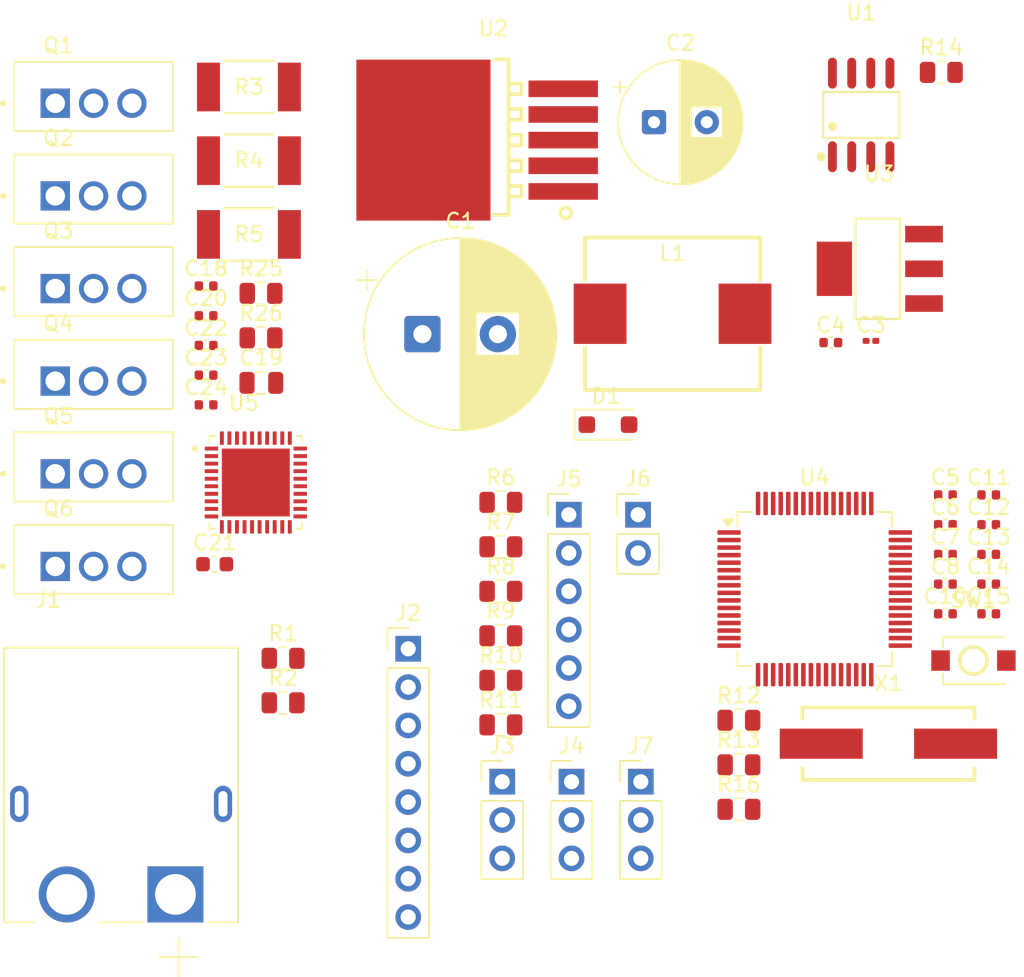
<source format=kicad_pcb>
(kicad_pcb (version 20241229) (generator "pcbnew") (generator_version "9.0")
  (layers (0 "F.Cu" mixed) (4 "In1.Cu" mixed) (6 "In2.Cu" mixed) (8 "In3.Cu" signal) (10 "In4.Cu" signal) (2 "B.Cu" mixed) (13 "F.Paste" user) (15 "B.Paste" user) (5 "F.SilkS" user "F.Silkscreen") (7 "B.SilkS" user "B.Silkscreen") (1 "F.Mask" user) (3 "B.Mask" user) (25 "Edge.Cuts" user))
  (net 0 "")
  (net 1 "Net-(U5-VM)")
  (net 2 "GNDA")
  (net 3 "Net-(U5-VCP)")
  (net 4 "BRAKE_GND")
  (net 5 "Net-(U5-CPH)")
  (net 6 "PWR_MOTOR")
  (net 7 "MCU-GPIO10")
  (net 8 "/MCU/VREF")
  (net 9 "RST")
  (net 10 "/MCU/HSE_OUT")
  (net 11 "/MCU/HSE_IN")
  (net 12 "DISPLAY_5V")
  (net 13 "+3.3V")
  (net 14 "Net-(U5-CPL)")
  (net 15 "Net-(U5-DVDD)")
  (net 16 "Net-(U5-VGLS)")
  (net 17 "Net-(D1-K)")
  (net 18 "MOTOR_PHASE_C")
  (net 19 "MOTOR_HALL_C")
  (net 20 "MOTOR_PHASE_A")
  (net 21 "MOTOR_HALL_A")
  (net 22 "MOTOR_HALL_B")
  (net 23 "MOTOR_PHASE_B")
  (net 24 "MCU_RX")
  (net 25 "MCU_TX")
  (net 26 "MCU-Boot")
  (net 27 "Net-(Q4-S)")
  (net 28 "MCU-RX")
  (net 29 "MCU-TX")
  (net 30 "Net-(Q5-S)")
  (net 31 "Net-(Q6-S)")
  (net 32 "Net-(R12-Pad2)")
  (net 33 "BOOT")
  (net 34 "MCU_CAN-")
  (net 35 "MCU_CAN+")
  (net 36 "Net-(U4-VDDA)")
  (net 37 "MCU_SPI1_MOSI")
  (net 38 "BLDC-IC_PHASE_A_HIGH")
  (net 39 "BLDC-IC_PHASE_B_HIGH")
  (net 40 "BLDC-IC_PHASE_C_HIGH")
  (net 41 "BLDC-IC_PHASE_A_LOW")
  (net 42 "BLDC-IC_PHASE_B_LOW")
  (net 43 "BLDC-IC_PHASE_C_LOW")
  (net 44 "BATT_Level")
  (net 45 "MCU-Reset")
  (net 46 "MCU_PC8")
  (net 47 "BRAKE_SIGNAL")
  (net 48 "/MCU/CAN/CAN_RX")
  (net 50 "/MCU/CAN/CAN_TX")
  (net 51 "MCU_INHB")
  (net 52 "MCU-GPIO9")
  (net 53 "MCU_INHA")
  (net 54 "MCU_PC3")
  (net 55 "MCU_INLB")
  (net 56 "MCU_PA15")
  (net 57 "MCU_INHC")
  (net 58 "MCU_PC14")
  (net 59 "MCU_PC7")
  (net 60 "MCU_PB7")
  (net 61 "MCU-GPIO11")
  (net 62 "MCU_PB2")
  (net 63 "MCU_PC2")
  (net 64 "MCU_PC15")
  (net 65 "MCU_PC10")
  (net 66 "MCU-GPIO35")
  (net 67 "MCU-GPIO34")
  (net 68 "MCU_PB6")
  (net 69 "MCU_i2c1_SCL")
  (net 70 "MCU_PA4")
  (net 71 "MCU_PC13")
  (net 72 "MCU_PB10")
  (net 73 "MCU_PC1")
  (net 74 "MCU_PC0")
  (net 75 "MCU_SOB")
  (net 76 "MCU_PB1")
  (net 77 "MCU_PB5")
  (net 78 "MCU_PB11")
  (net 79 "MCU_PC9")
  (net 80 "MCU_SPI1_MISO")
  (net 81 "MCU_PB9")
  (net 82 "MCU_i2c1_SDA")
  (net 83 "MCU_INLA")
  (net 84 "MCU_PB4")
  (net 85 "MCU_SPI1_SCK")
  (net 86 "MCU_SOC")
  (net 87 "MCU_PA3")
  (net 88 "MCU_PC11")
  (net 89 "MCU_PC6")
  (net 90 "MCU_SOA")
  (net 91 "MCU_PD2")
  (net 92 "MCU_PB3")
  (net 93 "MCU_PB0")
  (net 94 "MCU_PC12")
  (net 95 "MCU_PB12")
  (net 96 "MCU_INLC")
  (footprint "Resistor_SMD:R_0805_2012Metric" (layer "F.Cu") (at 158.395 93.1)
    (property "Reference" "R12" (at 0 -1.65 0) (layer "F.SilkS"))
    (property "Value" "10k")
    (pad "1" smd roundrect (at -0.9125 0) (size 1.025 1.4) (layers "F.Cu" "F.Mask" "F.Paste") (roundrect_rratio 0.243902) (net 33 "BOOT"))
    (pad "2" smd roundrect (at 0.9125 0) (size 1.025 1.4) (layers "F.Cu" "F.Mask" "F.Paste") (roundrect_rratio 0.243902) (net 32 "Net-(R12-Pad2)"))
  )
  (footprint "Capacitor_SMD:C_0402_1005Metric" (layer "F.Cu") (at 174.945 86.04)
    (property "Reference" "C15" (at 0 -1.16 0) (layer "F.SilkS"))
    (property "Value" "30pF")
    (pad "1" smd roundrect (at -0.48 0) (size 0.56 0.62) (layers "F.Cu" "F.Mask" "F.Paste") (net 11 "/MCU/HSE_IN"))
    (pad "2" smd roundrect (at 0.48 0) (size 0.56 0.62) (layers "F.Cu" "F.Mask" "F.Paste") (net 4 "BRAKE_GND"))
  )
  (footprint "Capacitor_SMD:C_0402_1005Metric" (layer "F.Cu") (at 172.075 80.13)
    (property "Reference" "C6" (at 0 -1.16 0) (layer "F.SilkS"))
    (property "Value" "100nF")
    (pad "1" smd roundrect (at -0.48 0) (size 0.56 0.62) (layers "F.Cu" "F.Mask" "F.Paste") (net 4 "BRAKE_GND"))
    (pad "2" smd roundrect (at 0.48 0) (size 0.56 0.62) (layers "F.Cu" "F.Mask" "F.Paste") (net 13 "+3.3V"))
  )
  (footprint "easyeda2kicad:SW-SMD_L3.9-W3.0-P4.45" (layer "F.Cu") (at 173.935 89.14)
    (property "Reference" "SW1" (at 0 -4 0) (layer "F.SilkS"))
    (property "Value" "SW_Push")
    (pad "1" smd rect (at -2.18 0) (size 1.23 1.36) (layers "F.Cu" "F.Mask" "F.Paste") (net 32 "Net-(R12-Pad2)"))
    (pad "2" smd rect (at 2.18 0) (size 1.23 1.36) (layers "F.Cu" "F.Mask" "F.Paste") (net 13 "+3.3V"))
  )
  (footprint "Resistor_SMD:R_0805_2012Metric" (layer "F.Cu") (at 142.625 90.45)
    (property "Reference" "R10" (at 0 -1.65 0) (layer "F.SilkS"))
    (property "Value" "10k")
    (pad "1" smd roundrect (at -0.9125 0) (size 1.025 1.4) (layers "F.Cu" "F.Mask" "F.Paste") (roundrect_rratio 0.243902) (net 19 "MOTOR_HALL_C"))
    (pad "2" smd roundrect (at 0.9125 0) (size 1.025 1.4) (layers "F.Cu" "F.Mask" "F.Paste") (roundrect_rratio 0.243902) (net 61 "MCU-GPIO11"))
  )
  (footprint "footprints:RES_1L00x_BRN" (layer "F.Cu") (at 125.9319 51.1181)
    (property "Reference" "R3" (at 0 0 0) (layer "F.SilkS"))
    (property "Value" "CSS2H-2512R-1L00F")
    (pad "1" smd rect (at -2.6797 0) (size 1.524 3.2258) (layers "F.Cu" "F.Mask" "F.Paste") (net 31 "Net-(Q6-S)"))
    (pad "2" smd rect (at 2.6797 0) (size 1.524 3.2258) (layers "F.Cu" "F.Mask" "F.Paste") (net 4 "BRAKE_GND"))
  )
  (footprint "Capacitor_SMD:C_0402_1005Metric" (layer "F.Cu") (at 174.945 80.13)
    (property "Reference" "C12" (at 0 -1.16 0) (layer "F.SilkS"))
    (property "Value" "100nf")
    (pad "1" smd roundrect (at -0.48 0) (size 0.56 0.62) (layers "F.Cu" "F.Mask" "F.Paste") (net 2 "GNDA"))
    (pad "2" smd roundrect (at 0.48 0) (size 0.56 0.62) (layers "F.Cu" "F.Mask" "F.Paste") (net 8 "/MCU/VREF"))
  )
  (footprint "Connector_PinHeader_2.54mm:PinHeader_1x03_P2.54mm_Vertical" (layer "F.Cu") (at 142.715 97.17)
    (property "Reference" "J3" (at 0 -2.38 0) (layer "F.SilkS"))
    (property "Value" "Throttle Conn")
    (pad "1" thru_hole rect (at 0 0) (size 1.7 1.7) (drill 1) (layers "*.Cu" "*.Mask") (net 12 "DISPLAY_5V"))
    (pad "2" thru_hole circle (at 0 2.54) (size 1.7 1.7) (drill 1) (layers "*.Cu" "*.Mask") (net 4 "BRAKE_GND"))
    (pad "3" thru_hole circle (at 0 5.08) (size 1.7 1.7) (drill 1) (layers "*.Cu" "*.Mask") (net 67 "MCU-GPIO34"))
  )
  (footprint "Connector_PinHeader_2.54mm:PinHeader_1x03_P2.54mm_Vertical" (layer "F.Cu") (at 151.895 97.17)
    (property "Reference" "J7" (at 0 -2.38 0) (layer "F.SilkS"))
    (property "Value" "DEBUG Conn")
    (pad "1" thru_hole rect (at 0 0) (size 1.7 1.7) (drill 1) (layers "*.Cu" "*.Mask") (net 25 "MCU_TX"))
    (pad "2" thru_hole circle (at 0 2.54) (size 1.7 1.7) (drill 1) (layers "*.Cu" "*.Mask") (net 24 "MCU_RX"))
    (pad "3" thru_hole circle (at 0 5.08) (size 1.7 1.7) (drill 1) (layers "*.Cu" "*.Mask") (net 4 "BRAKE_GND"))
  )
  (footprint "TO-220AB:TO254P1050X476X2020-3" (layer "F.Cu") (at 115.64 51.745)
    (property "Reference" "Q1" (at -2.325 -3.374 0) (layer "F.SilkS"))
    (property "Value" "PHASE A HIGH")
    (pad "1" thru_hole rect (at -2.54 0.453) (size 1.94 1.94) (drill 1.29) (layers "*.Cu" "*.Mask") (net 38 "BLDC-IC_PHASE_A_HIGH"))
    (pad "2" thru_hole circle (at 0 0.453) (size 1.94 1.94) (drill 1.29) (layers "*.Cu" "*.Mask") (net 6 "PWR_MOTOR"))
    (pad "3" thru_hole circle (at 2.54 0.453) (size 1.94 1.94) (drill 1.29) (layers "*.Cu" "*.Mask") (net 20 "MOTOR_PHASE_A"))
  )
  (footprint "Connector_PinHeader_2.54mm:PinHeader_1x03_P2.54mm_Vertical" (layer "F.Cu") (at 147.305 97.17)
    (property "Reference" "J4" (at 0 -2.38 0) (layer "F.SilkS"))
    (property "Value" "PAS Conn")
    (pad "1" thru_hole rect (at 0 0) (size 1.7 1.7) (drill 1) (layers "*.Cu" "*.Mask") (net 12 "DISPLAY_5V"))
    (pad "2" thru_hole circle (at 0 2.54) (size 1.7 1.7) (drill 1) (layers "*.Cu" "*.Mask") (net 4 "BRAKE_GND"))
    (pad "3" thru_hole circle (at 0 5.08) (size 1.7 1.7) (drill 1) (layers "*.Cu" "*.Mask") (net 66 "MCU-GPIO35"))
  )
  (footprint "Capacitor_SMD:C_0201_0603Metric" (layer "F.Cu") (at 167.145 67.95)
    (property "Reference" "C3" (at 0 -1.05 0) (layer "F.SilkS"))
    (property "Value" "22uF")
    (pad "1" smd roundrect (at -0.32 0) (size 0.46 0.4) (layers "F.Cu" "F.Mask") (net 13 "+3.3V"))
    (pad "2" smd roundrect (at 0.32 0) (size 0.46 0.4) (layers "F.Cu" "F.Mask") (net 4 "BRAKE_GND"))
  )
  (footprint "Diode_SMD:D_SOD-123F" (layer "F.Cu") (at 149.72 73.5)
    (property "Reference" "D1" (at -0.127 -1.905 0) (layer "F.SilkS"))
    (property "Value" "D")
    (pad "1" smd roundrect (at -1.4 0) (size 1.1 1.1) (layers "F.Cu" "F.Mask" "F.Paste") (roundrect_rratio 0.2272727273) (net 17 "Net-(D1-K)"))
    (pad "2" smd roundrect (at 1.4 0) (size 1.1 1.1) (layers "F.Cu" "F.Mask" "F.Paste") (roundrect_rratio 0.2272727273) (net 4 "BRAKE_GND"))
  )
  (footprint "footprints:RES_1L00x_BRN" (layer "F.Cu") (at 125.9319 56.0043)
    (property "Reference" "R4" (at 0 0 0) (layer "F.SilkS"))
    (property "Value" "CSS2H-2512R-1L00F")
    (pad "1" smd rect (at -2.6797 0) (size 1.524 3.2258) (layers "F.Cu" "F.Mask" "F.Paste") (net 30 "Net-(Q5-S)"))
    (pad "2" smd rect (at 2.6797 0) (size 1.524 3.2258) (layers "F.Cu" "F.Mask" "F.Paste") (net 4 "BRAKE_GND"))
  )
  (footprint "Resistor_SMD:R_0805_2012Metric" (layer "F.Cu") (at 126.735 64.8)
    (property "Reference" "R25" (at 0 -1.65 0) (layer "F.SilkS"))
    (property "Value" "73k")
    (pad "1" smd roundrect (at -0.9125 0) (size 1.025 1.4) (layers "F.Cu" "F.Mask" "F.Paste") (roundrect_rratio 0.243902) (net 37 "MCU_SPI1_MOSI"))
    (pad "2" smd roundrect (at 0.9125 0) (size 1.025 1.4) (layers "F.Cu" "F.Mask" "F.Paste") (roundrect_rratio 0.243902) (net 13 "+3.3V"))
  )
  (footprint "Capacitor_SMD:C_0402_1005Metric" (layer "F.Cu") (at 123.095 66.28)
    (property "Reference" "C20" (at 0 -1.16 0) (layer "F.SilkS"))
    (property "Value" "1uF")
    (pad "1" smd roundrect (at -0.48 0) (size 0.56 0.62) (layers "F.Cu" "F.Mask" "F.Paste") (net 3 "Net-(U5-VCP)"))
    (pad "2" smd roundrect (at 0.48 0) (size 0.56 0.62) (layers "F.Cu" "F.Mask" "F.Paste") (net 6 "PWR_MOTOR"))
  )
  (footprint "Capacitor_SMD:C_0402_1005Metric" (layer "F.Cu") (at 123.095 68.25)
    (property "Reference" "C22" (at 0 -1.16 0) (layer "F.SilkS"))
    (property "Value" "1uF")
    (pad "1" smd roundrect (at -0.48 0) (size 0.56 0.62) (layers "F.Cu" "F.Mask" "F.Paste") (net 15 "Net-(U5-DVDD)"))
    (pad "2" smd roundrect (at 0.48 0) (size 0.56 0.62) (layers "F.Cu" "F.Mask" "F.Paste") (net 4 "BRAKE_GND"))
  )
  (footprint "Resistor_SMD:R_0805_2012Metric" (layer "F.Cu") (at 142.625 84.55)
    (property "Reference" "R8" (at 0 -1.65 0) (layer "F.SilkS"))
    (property "Value" "10k")
    (pad "1" smd roundrect (at -0.9125 0) (size 1.025 1.4) (layers "F.Cu" "F.Mask" "F.Paste") (roundrect_rratio 0.243902) (net 22 "MOTOR_HALL_B"))
    (pad "2" smd roundrect (at 0.9125 0) (size 1.025 1.4) (layers "F.Cu" "F.Mask" "F.Paste") (roundrect_rratio 0.243902) (net 7 "MCU-GPIO10"))
  )
  (footprint "Resistor_SMD:R_0805_2012Metric" (layer "F.Cu") (at 142.625 78.65)
    (property "Reference" "R6" (at 0 -1.65 0) (layer "F.SilkS"))
    (property "Value" "10k")
    (pad "1" smd roundrect (at -0.9125 0) (size 1.025 1.4) (layers "F.Cu" "F.Mask" "F.Paste") (roundrect_rratio 0.243902) (net 21 "MOTOR_HALL_A"))
    (pad "2" smd roundrect (at 0.9125 0) (size 1.025 1.4) (layers "F.Cu" "F.Mask" "F.Paste") (roundrect_rratio 0.243902) (net 52 "MCU-GPIO9"))
  )
  (footprint "easyeda2kicad:CRYSTAL-SMD_L11.5-W4.8-LS12.7" (layer "F.Cu") (at 168.3 94.65)
    (property "Reference" "X1" (at 0 -4 0) (layer "F.SilkS"))
    (property "Value" "X49SM8MSD2SC")
    (pad "1" smd rect (at -4.45 0) (size 5.5 2) (layers "F.Cu" "F.Mask" "F.Paste") (net 10 "/MCU/HSE_OUT"))
    (pad "2" smd rect (at 4.45 0) (size 5.5 2) (layers "F.Cu" "F.Mask" "F.Paste") (net 11 "/MCU/HSE_IN"))
  )
  (footprint "Resistor_SMD:R_0805_2012Metric" (layer "F.Cu") (at 158.395 99)
    (property "Reference" "R16" (at 0 -1.65 0) (layer "F.SilkS"))
    (property "Value" "0 Ohm (bridge)")
    (pad "1" smd roundrect (at -0.9125 0) (size 1.025 1.4) (layers "F.Cu" "F.Mask" "F.Paste") (roundrect_rratio 0.243902) (net 36 "Net-(U4-VDDA)"))
    (pad "2" smd roundrect (at 0.9125 0) (size 1.025 1.4) (layers "F.Cu" "F.Mask" "F.Paste") (roundrect_rratio 0.243902) (net 13 "+3.3V"))
  )
  (footprint "easyeda2kicad:PG-TO-263-5_L10.2-W8.7-P1.70-LS14.4-BR" (layer "F.Cu") (at 142.125 54.64)
    (property "Reference" "U2" (at 0 -7.4 0) (layer "F.SilkS"))
    (property "Value" "TD1501HS50")
    (pad "1" smd rect (at 4.63 3.4) (size 4.6 1.1) (layers "F.Cu" "F.Mask" "F.Paste") (net 6 "PWR_MOTOR"))
    (pad "2" smd rect (at 4.63 1.7) (size 4.6 1.1) (layers "F.Cu" "F.Mask" "F.Paste") (net 17 "Net-(D1-K)"))
    (pad "3" smd rect (at 4.63 0) (size 4.6 1.1) (layers "F.Cu" "F.Mask" "F.Paste") (net 4 "BRAKE_GND"))
    (pad "4" smd rect (at 4.63 -1.7) (size 4.6 1.1) (layers "F.Cu" "F.Mask" "F.Paste") (net 12 "DISPLAY_5V"))
    (pad "5" smd rect (at 4.63 -3.4) (size 4.6 1.1) (layers "F.Cu" "F.Mask" "F.Paste") (net 4 "BRAKE_GND"))
    (pad "6" smd rect (at -4.63 0) (size 8.89 10.67) (layers "F.Cu" "F.Mask" "F.Paste") (net 4 "BRAKE_GND"))
  )
  (footprint "Connector_PinHeader_2.54mm:PinHeader_1x02_P2.54mm_Vertical" (layer "F.Cu") (at 151.715 79.47)
    (property "Reference" "J6" (at 0 -2.38 0) (layer "F.SilkS"))
    (property "Value" "Brake Conn")
    (pad "1" thru_hole rect (at 0 0) (size 1.7 1.7) (drill 1) (layers "*.Cu" "*.Mask") (net 4 "BRAKE_GND"))
    (pad "2" thru_hole circle (at 0 2.54) (size 1.7 1.7) (drill 1) (layers "*.Cu" "*.Mask") (net 47 "BRAKE_SIGNAL"))
  )
  (footprint "TO-220AB:TO254P1050X476X2020-3" (layer "F.Cu") (at 115.64 64.025)
    (property "Reference" "Q3" (at -2.325 -3.374 0) (layer "F.SilkS"))
    (property "Value" "PHASE C HIGH")
    (pad "1" thru_hole rect (at -2.54 0.453) (size 1.94 1.94) (drill 1.29) (layers "*.Cu" "*.Mask") (net 40 "BLDC-IC_PHASE_C_HIGH"))
    (pad "2" thru_hole circle (at 0 0.453) (size 1.94 1.94) (drill 1.29) (layers "*.Cu" "*.Mask") (net 6 "PWR_MOTOR"))
    (pad "3" thru_hole circle (at 2.54 0.453) (size 1.94 1.94) (drill 1.29) (layers "*.Cu" "*.Mask") (net 18 "MOTOR_PHASE_C"))
  )
  (footprint "Capacitor_SMD:C_0402_1005Metric" (layer "F.Cu") (at 172.075 84.07)
    (property "Reference" "C8" (at 0 -1.16 0) (layer "F.SilkS"))
    (property "Value" "100nF")
    (pad "1" smd roundrect (at -0.48 0) (size 0.56 0.62) (layers "F.Cu" "F.Mask" "F.Paste") (net 4 "BRAKE_GND"))
    (pad "2" smd roundrect (at 0.48 0) (size 0.56 0.62) (layers "F.Cu" "F.Mask" "F.Paste") (net 13 "+3.3V"))
  )
  (footprint "easyeda2kicad:IND-SMD_L11.6-W10.1" (layer "F.Cu") (at 154 66.15)
    (property "Reference" "L1" (at 0 -4 0) (layer "F.SilkS"))
    (property "Value" "CYA1040-33UH")
    (pad "1" smd rect (at -4.8 0) (size 3.5 4) (layers "F.Cu" "F.Mask" "F.Paste") (net 17 "Net-(D1-K)"))
    (pad "2" smd rect (at 4.8 0) (size 3.5 4) (layers "F.Cu" "F.Mask" "F.Paste") (net 12 "DISPLAY_5V"))
  )
  (footprint "Capacitor_SMD:C_0402_1005Metric" (layer "F.Cu") (at 174.945 84.07)
    (property "Reference" "C14" (at 0 -1.16 0) (layer "F.SilkS"))
    (property "Value" "30pF")
    (pad "1" smd roundrect (at -0.48 0) (size 0.56 0.62) (layers "F.Cu" "F.Mask" "F.Paste") (net 10 "/MCU/HSE_OUT"))
    (pad "2" smd roundrect (at 0.48 0) (size 0.56 0.62) (layers "F.Cu" "F.Mask" "F.Paste") (net 4 "BRAKE_GND"))
  )
  (footprint "Capacitor_SMD:C_0402_1005Metric" (layer "F.Cu") (at 172.075 86.04)
    (property "Reference" "C10" (at 0 -1.16 0) (layer "F.SilkS"))
    (property "Value" "100nf")
    (pad "1" smd roundrect (at -0.48 0) (size 0.56 0.62) (layers "F.Cu" "F.Mask" "F.Paste") (net 13 "+3.3V"))
    (pad "2" smd roundrect (at 0.48 0) (size 0.56 0.62) (layers "F.Cu" "F.Mask" "F.Paste") (net 2 "GNDA"))
  )
  (footprint "Capacitor_SMD:C_0402_1005Metric" (layer "F.Cu") (at 123.095 72.19)
    (property "Reference" "C24" (at 0 -1.16 0) (layer "F.SilkS"))
    (property "Value" "0.1uF")
    (pad "1" smd roundrect (at -0.48 0) (size 0.56 0.62) (layers "F.Cu" "F.Mask" "F.Paste") (net 13 "+3.3V"))
    (pad "2" smd roundrect (at 0.48 0) (size 0.56 0.62) (layers "F.Cu" "F.Mask" "F.Paste") (net 4 "BRAKE_GND"))
  )
  (footprint "Capacitor_SMD:C_0402_1005Metric" (layer "F.Cu") (at 172.075 82.1)
    (property "Reference" "C7" (at 0 -1.16 0) (layer "F.SilkS"))
    (property "Value" "100nF")
    (pad "1" smd roundrect (at -0.48 0) (size 0.56 0.62) (layers "F.Cu" "F.Mask" "F.Paste") (net 4 "BRAKE_GND"))
    (pad "2" smd roundrect (at 0.48 0) (size 0.56 0.62) (layers "F.Cu" "F.Mask" "F.Paste") (net 13 "+3.3V"))
  )
  (footprint "Capacitor_SMD:C_0402_1005Metric" (layer "F.Cu") (at 123.095 70.22)
    (property "Reference" "C23" (at 0 -1.16 0) (layer "F.SilkS"))
    (property "Value" "1uF")
    (pad "1" smd roundrect (at -0.48 0) (size 0.56 0.62) (layers "F.Cu" "F.Mask" "F.Paste") (net 16 "Net-(U5-VGLS)"))
    (pad "2" smd roundrect (at 0.48 0) (size 0.56 0.62) (layers "F.Cu" "F.Mask" "F.Paste") (net 4 "BRAKE_GND"))
  )
  (footprint "Connector_PinHeader_2.54mm:PinHeader_1x08_P2.54mm_Vertical" (layer "F.Cu") (at 136.485 88.36)
    (property "Reference" "J2" (at 0 -2.38 0) (layer "F.SilkS"))
    (property "Value" "Motor Conn")
    (pad "1" thru_hole rect (at 0 0) (size 1.7 1.7) (drill 1) (layers "*.Cu" "*.Mask") (net 20 "MOTOR_PHASE_A"))
    (pad "2" thru_hole circle (at 0 2.54) (size 1.7 1.7) (drill 1) (layers "*.Cu" "*.Mask") (net 23 "MOTOR_PHASE_B"))
    (pad "3" thru_hole circle (at 0 5.08) (size 1.7 1.7) (drill 1) (layers "*.Cu" "*.Mask") (net 18 "MOTOR_PHASE_C"))
    (pad "4" thru_hole circle (at 0 7.62) (size 1.7 1.7) (drill 1) (layers "*.Cu" "*.Mask") (net 12 "DISPLAY_5V"))
    (pad "5" thru_hole circle (at 0 10.16) (size 1.7 1.7) (drill 1) (layers "*.Cu" "*.Mask") (net 4 "BRAKE_GND"))
    (pad "6" thru_hole circle (at 0 12.7) (size 1.7 1.7) (drill 1) (layers "*.Cu" "*.Mask") (net 21 "MOTOR_HALL_A"))
    (pad "7" thru_hole circle (at 0 15.24) (size 1.7 1.7) (drill 1) (layers "*.Cu" "*.Mask") (net 22 "MOTOR_HALL_B"))
    (pad "8" thru_hole circle (at 0 17.78) (size 1.7 1.7) (drill 1) (layers "*.Cu" "*.Mask") (net 19 "MOTOR_HALL_C"))
  )
  (footprint "DRV8353:QFN50P600X600X80-41N" (layer "F.Cu") (at 126.39 77.335)
    (property "Reference" "U5" (at -0.79 -5.27 0) (layer "F.SilkS"))
    (property "Value" "DRV8353SRTAT")
    (pad "1" smd roundrect (at -2.94 -2.25) (size 0.89 0.26) (layers "F.Cu" "F.Mask" "F.Paste") (roundrect_rratio 0.125) (net 14 "Net-(U5-CPL)"))
    (pad "2" smd roundrect (at -2.94 -1.75) (size 0.89 0.26) (layers "F.Cu" "F.Mask" "F.Paste") (roundrect_rratio 0.125) (net 5 "Net-(U5-CPH)"))
    (pad "3" smd roundrect (at -2.94 -1.25) (size 0.89 0.26) (layers "F.Cu" "F.Mask" "F.Paste") (roundrect_rratio 0.125) (net 1 "Net-(U5-VM)"))
    (pad "4" smd roundrect (at -2.94 -0.75) (size 0.89 0.26) (layers "F.Cu" "F.Mask" "F.Paste") (roundrect_rratio 0.125) (net 6 "PWR_MOTOR"))
    (pad "5" smd roundrect (at -2.94 -0.25) (size 0.89 0.26) (layers "F.Cu" "F.Mask" "F.Paste") (roundrect_rratio 0.125) (net 3 "Net-(U5-VCP)"))
    (pad "6" smd roundrect (at -2.94 0.25) (size 0.89 0.26) (layers "F.Cu" "F.Mask" "F.Paste") (roundrect_rratio 0.125) (net 38 "BLDC-IC_PHASE_A_HIGH"))
    (pad "7" smd roundrect (at -2.94 0.75) (size 0.89 0.26) (layers "F.Cu" "F.Mask" "F.Paste") (roundrect_rratio 0.125) (net 20 "MOTOR_PHASE_A"))
    (pad "8" smd roundrect (at -2.94 1.25) (size 0.89 0.26) (layers "F.Cu" "F.Mask" "F.Paste") (roundrect_rratio 0.125) (net 41 "BLDC-IC_PHASE_A_LOW"))
    (pad "9" smd roundrect (at -2.94 1.75) (size 0.89 0.26) (layers "F.Cu" "F.Mask" "F.Paste") (roundrect_rratio 0.125) (net 27 "Net-(Q4-S)"))
    (pad "10" smd roundrect (at -2.94 2.25) (size 0.89 0.26) (layers "F.Cu" "F.Mask" "F.Paste") (roundrect_rratio 0.125) (net 4 "BRAKE_GND"))
    (pad "11" smd roundrect (at -2.25 2.94) (size 0.26 0.89) (layers "F.Cu" "F.Mask" "F.Paste") (roundrect_rratio 0.125) (net 4 "BRAKE_GND"))
    (pad "12" smd roundrect (at -1.75 2.94) (size 0.26 0.89) (layers "F.Cu" "F.Mask" "F.Paste") (roundrect_rratio 0.125) (net 30 "Net-(Q5-S)"))
    (pad "13" smd roundrect (at -1.25 2.94) (size 0.26 0.89) (layers "F.Cu" "F.Mask" "F.Paste") (roundrect_rratio 0.125) (net 42 "BLDC-IC_PHASE_B_LOW"))
    (pad "14" smd roundrect (at -0.75 2.94) (size 0.26 0.89) (layers "F.Cu" "F.Mask" "F.Paste") (roundrect_rratio 0.125) (net 23 "MOTOR_PHASE_B"))
    (pad "15" smd roundrect (at -0.25 2.94) (size 0.26 0.89) (layers "F.Cu" "F.Mask" "F.Paste") (roundrect_rratio 0.125) (net 39 "BLDC-IC_PHASE_B_HIGH"))
    (pad "16" smd roundrect (at 0.25 2.94) (size 0.26 0.89) (layers "F.Cu" "F.Mask" "F.Paste") (roundrect_rratio 0.125) (net 40 "BLDC-IC_PHASE_C_HIGH"))
    (pad "17" smd roundrect (at 0.75 2.94) (size 0.26 0.89) (layers "F.Cu" "F.Mask" "F.Paste") (roundrect_rratio 0.125) (net 18 "MOTOR_PHASE_C"))
    (pad "18" smd roundrect (at 1.25 2.94) (size 0.26 0.89) (layers "F.Cu" "F.Mask" "F.Paste") (roundrect_rratio 0.125) (net 43 "BLDC-IC_PHASE_C_LOW"))
    (pad "19" smd roundrect (at 1.75 2.94) (size 0.26 0.89) (layers "F.Cu" "F.Mask" "F.Paste") (roundrect_rratio 0.125) (net 31 "Net-(Q6-S)"))
    (pad "20" smd roundrect (at 2.25 2.94) (size 0.26 0.89) (layers "F.Cu" "F.Mask" "F.Paste") (roundrect_rratio 0.125) (net 4 "BRAKE_GND"))
    (pad "21" smd roundrect (at 2.94 2.25) (size 0.89 0.26) (layers "F.Cu" "F.Mask" "F.Paste") (roundrect_rratio 0.125) (net 86 "MCU_SOC"))
    (pad "22" smd roundrect (at 2.94 1.75) (size 0.89 0.26) (layers "F.Cu" "F.Mask" "F.Paste") (roundrect_rratio 0.125) (net 75 "MCU_SOB"))
    (pad "23" smd roundrect (at 2.94 1.25) (size 0.89 0.26) (layers "F.Cu" "F.Mask" "F.Paste") (roundrect_rratio 0.125) (net 90 "MCU_SOA"))
    (pad "24" smd roundrect (at 2.94 0.75) (size 0.89 0.26) (layers "F.Cu" "F.Mask" "F.Paste") (roundrect_rratio 0.125) (net 13 "+3.3V"))
    (pad "25" smd roundrect (at 2.94 0.25) (size 0.89 0.26) (layers "F.Cu" "F.Mask" "F.Paste") (roundrect_rratio 0.125) (net 4 "BRAKE_GND"))
    (pad "26" smd roundrect (at 2.94 -0.25) (size 0.89 0.26) (layers "F.Cu" "F.Mask" "F.Paste") (roundrect_rratio 0.125) (net 46 "MCU_PC8"))
    (pad "27" smd roundrect (at 2.94 -0.75) (size 0.89 0.26) (layers "F.Cu" "F.Mask" "F.Paste") (roundrect_rratio 0.125) (net 37 "MCU_SPI1_MOSI"))
    (pad "28" smd roundrect (at 2.94 -1.25) (size 0.89 0.26) (layers "F.Cu" "F.Mask" "F.Paste") (roundrect_rratio 0.125) (net 80 "MCU_SPI1_MISO"))
    (pad "29" smd roundrect (at 2.94 -1.75) (size 0.89 0.26) (layers "F.Cu" "F.Mask" "F.Paste") (roundrect_rratio 0.125) (net 85 "MCU_SPI1_SCK"))
    (pad "30" smd roundrect (at 2.94 -2.25) (size 0.89 0.26) (layers "F.Cu" "F.Mask" "F.Paste") (roundrect_rratio 0.125) (net 70 "MCU_PA4"))
    (pad "31" smd roundrect (at 2.25 -2.94) (size 0.26 0.89) (layers "F.Cu" "F.Mask" "F.Paste") (roundrect_rratio 0.125) (net 79 "MCU_PC9"))
    (pad "32" smd roundrect (at 1.75 -2.94) (size 0.26 0.89) (layers "F.Cu" "F.Mask" "F.Paste") (roundrect_rratio 0.125) (net 53 "MCU_INHA"))
    (pad "33" smd roundrect (at 1.25 -2.94) (size 0.26 0.89) (layers "F.Cu" "F.Mask" "F.Paste") (roundrect_rratio 0.125) (net 83 "MCU_INLA"))
    (pad "34" smd roundrect (at 0.75 -2.94) (size 0.26 0.89) (layers "F.Cu" "F.Mask" "F.Paste") (roundrect_rratio 0.125) (net 51 "MCU_INHB"))
    (pad "35" smd roundrect (at 0.25 -2.94) (size 0.26 0.89) (layers "F.Cu" "F.Mask" "F.Paste") (roundrect_rratio 0.125) (net 55 "MCU_INLB"))
    (pad "36" smd roundrect (at -0.25 -2.94) (size 0.26 0.89) (layers "F.Cu" "F.Mask" "F.Paste") (roundrect_rratio 0.125) (net 57 "MCU_INHC"))
    (pad "37" smd roundrect (at -0.75 -2.94) (size 0.26 0.89) (layers "F.Cu" "F.Mask" "F.Paste") (roundrect_rratio 0.125) (net 96 "MCU_INLC"))
    (pad "38" smd roundrect (at -1.25 -2.94) (size 0.26 0.89) (layers "F.Cu" "F.Mask" "F.Paste") (roundrect_rratio 0.125) (net 15 "Net-(U5-DVDD)"))
    (pad "39" smd roundrect (at -1.75 -2.94) (size 0.26 0.89) (layers "F.Cu" "F.Mask" "F.Paste") (roundrect_rratio 0.125) (net 4 "BRAKE_GND"))
    (pad "40" smd roundrect (at -2.25 -2.94) (size 0.26 0.89) (layers "F.Cu" "F.Mask" "F.Paste") (roundrect_rratio 0.125) (net 16 "Net-(U5-VGLS)"))
    (pad "41" smd rect (at 0 0) (size 4.5 4.5) (layers "F.Cu" "F.Mask") (net 4 "BRAKE_GND"))
  )
  (footprint "Resistor_SMD:R_0805_2012Metric" (layer "F.Cu") (at 158.395 96.05)
    (property "Reference" "R13" (at 0 -1.65 0) (layer "F.SilkS"))
    (property "Value" "0 Ohm (bridge)")
    (pad "1" smd roundrect (at -0.9125 0) (size 1.025 1.4) (layers "F.Cu" "F.Mask" "F.Paste") (roundrect_rratio 0.243902) (net 8 "/MCU/VREF"))
    (pad "2" smd roundrect (at 0.9125 0) (size 1.025 1.4) (layers "F.Cu" "F.Mask" "F.Paste") (roundrect_rratio 0.243902) (net 13 "+3.3V"))
  )
  (footprint "Resistor_SMD:R_0805_2012Metric" (layer "F.Cu") (at 126.735 67.75)
    (property "Reference" "R26" (at 0 -1.65 0) (layer "F.SilkS"))
    (property "Value" "73k")
    (pad "1" smd roundrect (at -0.9125 0) (size 1.025 1.4) (layers "F.Cu" "F.Mask" "F.Paste") (roundrect_rratio 0.243902) (net 13 "+3.3V"))
    (pad "2" smd roundrect (at 0.9125 0) (size 1.025 1.4) (layers "F.Cu" "F.Mask" "F.Paste") (roundrect_rratio 0.243902) (net 46 "MCU_PC8"))
  )
  (footprint "XT60PW-M:AMASS_XT60PW-M" (layer "F.Cu") (at 117.465 98.64)
    (property "Reference" "J1" (at -4.8236 -13.51498 0) (layer "F.SilkS") (effects (font (size 1.000441 1.000441))))
    (property "Value" "XT80 Male")
    (pad "1" thru_hole rect (at 3.6 6) (size 3.716 3.716) (drill 2.7) (layers "*.Cu" "*.Mask") (net 6 "PWR_MOTOR"))
    (pad "2" thru_hole circle (at -3.6 6) (size 3.716 3.716) (drill 2.7) (layers "*.Cu" "*.Mask") (net 4 "BRAKE_GND"))
    (pad "S1" thru_hole oval (at 6.75 0) (size 1.2 2.4) (drill oval 0.6 1.7) (layers "*.Cu" "*.Mask"))
    (pad "S2" thru_hole oval (at -6.75 0) (size 1.2 2.4) (drill oval 0.6 1.7) (layers "*.Cu" "*.Mask"))
  )
  (footprint "Capacitor_SMD:C_0402_1005Metric" (layer "F.Cu") (at 174.945 82.1)
    (property "Reference" "C13" (at 0 -1.16 0) (layer "F.SilkS"))
    (property "Value" "100nf")
    (pad "1" smd roundrect (at -0.48 0) (size 0.56 0.62) (layers "F.Cu" "F.Mask" "F.Paste") (net 9 "RST"))
    (pad "2" smd roundrect (at 0.48 0) (size 0.56 0.62) (layers "F.Cu" "F.Mask" "F.Paste") (net 4 "BRAKE_GND"))
  )
  (footprint "Capacitor_THT:CP_Radial_D8.0mm_P3.50mm" (layer "F.Cu") (at 152.769698 53.45)
    (property "Reference" "C2" (at 1.75 -5.25 0) (layer "F.SilkS"))
    (property "Value" "330uF 25V")
    (pad "1" thru_hole roundrect (at 0 0) (size 1.6 1.6) (drill 0.8) (layers "*.Cu" "*.Mask") (roundrect_rratio 0.15625) (net 12 "DISPLAY_5V"))
    (pad "2" thru_hole circle (at 3.5 0) (size 1.6 1.6) (drill 0.8) (layers "*.Cu" "*.Mask") (net 4 "BRAKE_GND"))
  )
  (footprint "Resistor_SMD:R_0805_2012Metric" (layer "F.Cu") (at 142.625 87.5)
    (property "Reference" "R9" (at 0 -1.65 0) (layer "F.SilkS"))
    (property "Value" "18k")
    (pad "1" smd roundrect (at -0.9125 0) (size 1.025 1.4) (layers "F.Cu" "F.Mask" "F.Paste") (roundrect_rratio 0.243902) (net 7 "MCU-GPIO10"))
    (pad "2" smd roundrect (at 0.9125 0) (size 1.025 1.4) (layers "F.Cu" "F.Mask" "F.Paste") (roundrect_rratio 0.243902) (net 4 "BRAKE_GND"))
  )
  (footprint "Capacitor_SMD:C_0402_1005Metric" (layer "F.Cu") (at 174.945 78.16)
    (property "Reference" "C11" (at 0 -1.16 0) (layer "F.SilkS"))
    (property "Value" "1uF")
    (pad "1" smd roundrect (at -0.48 0) (size 0.56 0.62) (layers "F.Cu" "F.Mask" "F.Paste") (net 2 "GNDA"))
    (pad "2" smd roundrect (at 0.48 0) (size 0.56 0.62) (layers "F.Cu" "F.Mask" "F.Paste") (net 8 "/MCU/VREF"))
  )
  (footprint "Package_QFP:LQFP-64_10x10mm_P0.5mm" (layer "F.Cu") (at 163.415 84.4)
    (property "Reference" "U4" (at 0 -7.4 0) (layer "F.SilkS"))
    (property "Value" "STM32G473RETx")
    (pad "1" smd roundrect (at -5.675 -3.75) (size 1.55 0.3) (layers "F.Cu" "F.Mask" "F.Paste") (net 13 "+3.3V"))
    (pad "2" smd roundrect (at -5.675 -3.25) (size 1.55 0.3) (layers "F.Cu" "F.Mask" "F.Paste") (net 71 "MCU_PC13"))
    (pad "3" smd roundrect (at -5.675 -2.75) (size 1.55 0.3) (layers "F.Cu" "F.Mask" "F.Paste") (net 58 "MCU_PC14"))
    (pad "4" smd roundrect (at -5.675 -2.25) (size 1.55 0.3) (layers "F.Cu" "F.Mask" "F.Paste") (net 64 "MCU_PC15"))
    (pad "5" smd roundrect (at -5.675 -1.75) (size 1.55 0.3) (layers "F.Cu" "F.Mask" "F.Paste") (net 11 "/MCU/HSE_IN"))
    (pad "6" smd roundrect (at -5.675 -1.25) (size 1.55 0.3) (layers "F.Cu" "F.Mask" "F.Paste") (net 10 "/MCU/HSE_OUT"))
    (pad "7" smd roundrect (at -5.675 -0.75) (size 1.55 0.3) (layers "F.Cu" "F.Mask" "F.Paste") (net 9 "RST"))
    (pad "8" smd roundrect (at -5.675 -0.25) (size 1.55 0.3) (layers "F.Cu" "F.Mask" "F.Paste") (net 74 "MCU_PC0"))
    (pad "9" smd roundrect (at -5.675 0.25) (size 1.55 0.3) (layers "F.Cu" "F.Mask" "F.Paste") (net 73 "MCU_PC1"))
    (pad "10" smd roundrect (at -5.675 0.75) (size 1.55 0.3) (layers "F.Cu" "F.Mask" "F.Paste") (net 63 "MCU_PC2"))
    (pad "11" smd roundrect (at -5.675 1.25) (size 1.55 0.3) (layers "F.Cu" "F.Mask" "F.Paste") (net 54 "MCU_PC3"))
    (pad "12" smd roundrect (at -5.675 1.75) (size 1.55 0.3) (layers "F.Cu" "F.Mask" "F.Paste") (net 90 "MCU_SOA"))
    (pad "13" smd roundrect (at -5.675 2.25) (size 1.55 0.3) (layers "F.Cu" "F.Mask" "F.Paste") (net 75 "MCU_SOB"))
    (pad "14" smd roundrect (at -5.675 2.75) (size 1.55 0.3) (layers "F.Cu" "F.Mask" "F.Paste") (net 86 "MCU_SOC"))
    (pad "15" smd roundrect (at -5.675 3.25) (size 1.55 0.3) (layers "F.Cu" "F.Mask" "F.Paste") (net 4 "BRAKE_GND"))
    (pad "16" smd roundrect (at -5.675 3.75) (size 1.55 0.3) (layers "F.Cu" "F.Mask" "F.Paste") (net 13 "+3.3V"))
    (pad "17" smd roundrect (at -3.75 5.675) (size 0.3 1.55) (layers "F.Cu" "F.Mask" "F.Paste") (net 87 "MCU_PA3"))
    (pad "18" smd roundrect (at -3.25 5.675) (size 0.3 1.55) (layers "F.Cu" "F.Mask" "F.Paste") (net 70 "MCU_PA4"))
    (pad "19" smd roundrect (at -2.75 5.675) (size 0.3 1.55) (layers "F.Cu" "F.Mask" "F.Paste") (net 85 "MCU_SPI1_SCK"))
    (pad "20" smd roundrect (at -2.25 5.675) (size 0.3 1.55) (layers "F.Cu" "F.Mask" "F.Paste") (net 80 "MCU_SPI1_MISO"))
    (pad "21" smd roundrect (at -1.75 5.675) (size 0.3 1.55) (layers "F.Cu" "F.Mask" "F.Paste") (net 37 "MCU_SPI1_MOSI"))
    (pad "22" smd roundrect (at -1.25 5.675) (size 0.3 1.55) (layers "F.Cu" "F.Mask" "F.Paste") (net 25 "MCU_TX"))
    (pad "23" smd roundrect (at -0.75 5.675) (size 0.3 1.55) (layers "F.Cu" "F.Mask" "F.Paste") (net 24 "MCU_RX"))
    (pad "24" smd roundrect (at -0.25 5.675) (size 0.3 1.55) (layers "F.Cu" "F.Mask" "F.Paste") (net 93 "MCU_PB0"))
    (pad "25" smd roundrect (at 0.25 5.675) (size 0.3 1.55) (layers "F.Cu" "F.Mask" "F.Paste") (net 76 "MCU_PB1"))
    (pad "26" smd roundrect (at 0.75 5.675) (size 0.3 1.55) (layers "F.Cu" "F.Mask" "F.Paste") (net 62 "MCU_PB2"))
    (pad "27" smd roundrect (at 1.25 5.675) (size 0.3 1.55) (layers "F.Cu" "F.Mask" "F.Paste") (net 2 "GNDA"))
    (pad "28" smd roundrect (at 1.75 5.675) (size 0.3 1.55) (layers "F.Cu" "F.Mask" "F.Paste") (net 8 "/MCU/VREF"))
    (pad "29" smd roundrect (at 2.25 5.675) (size 0.3 1.55) (layers "F.Cu" "F.Mask" "F.Paste") (net 36 "Net-(U4-VDDA)"))
    (pad "30" smd roundrect (at 2.75 5.675) (size 0.3 1.55) (layers "F.Cu" "F.Mask" "F.Paste") (net 72 "MCU_PB10"))
    (pad "31" smd roundrect (at 3.25 5.675) (size 0.3 1.55) (layers "F.Cu" "F.Mask" "F.Paste") (net 4 "BRAKE_GND"))
    (pad "32" smd roundrect (at 3.75 5.675) (size 0.3 1.55) (layers "F.Cu" "F.Mask" "F.Paste") (net 13 "+3.3V"))
    (pad "33" smd roundrect (at 5.675 3.75) (size 1.55 0.3) (layers "F.Cu" "F.Mask" "F.Paste") (net 78 "MCU_PB11"))
    (pad "34" smd roundrect (at 5.675 3.25) (size 1.55 0.3) (layers "F.Cu" "F.Mask" "F.Paste") (net 95 "MCU_PB12"))
    (pad "35" smd roundrect (at 5.675 2.75) (size 1.55 0.3) (layers "F.Cu" "F.Mask" "F.Paste") (net 83 "MCU_INLA"))
    (pad "36" smd roundrect (at 5.675 2.25) (size 1.55 0.3) (layers "F.Cu" "F.Mask" "F.Paste") (net 55 "MCU_INLB"))
    (pad "37" smd roundrect (at 5.675 1.75) (size 1.55 0.3) (layers "F.Cu" "F.Mask" "F.Paste") (net 96 "MCU_INLC"))
    (pad "38" smd roundrect (at 5.675 1.25) (size 1.55 0.3) (layers "F.Cu" "F.Mask" "F.Paste") (net 89 "MCU_PC6"))
    (pad "39" smd roundrect (at 5.675 0.75) (size 1.55 0.3) (layers "F.Cu" "F.Mask" "F.Paste") (net 59 "MCU_PC7"))
    (pad "40" smd roundrect (at 5.675 0.25) (size 1.55 0.3) (layers "F.Cu" "F.Mask" "F.Paste") (net 46 "MCU_PC8"))
    (pad "41" smd roundrect (at 5.675 -0.25) (size 1.55 0.3) (layers "F.Cu" "F.Mask" "F.Paste") (net 79 "MCU_PC9"))
    (pad "42" smd roundrect (at 5.675 -0.75) (size 1.55 0.3) (layers "F.Cu" "F.Mask" "F.Paste") (net 53 "MCU_INHA"))
    (pad "43" smd roundrect (at 5.675 -1.25) (size 1.55 0.3) (layers "F.Cu" "F.Mask" "F.Paste") (net 51 "MCU_INHB"))
    (pad "44" smd roundrect (at 5.675 -1.75) (size 1.55 0.3) (layers "F.Cu" "F.Mask" "F.Paste") (net 57 "MCU_INHC"))
    (pad "45" smd roundrect (at 5.675 -2.25) (size 1.55 0.3) (layers "F.Cu" "F.Mask" "F.Paste") (net 48 "/MCU/CAN/CAN_RX"))
    (pad "46" smd roundrect (at 5.675 -2.75) (size 1.55 0.3) (layers "F.Cu" "F.Mask" "F.Paste") (net 50 "/MCU/CAN/CAN_TX"))
    (pad "47" smd roundrect (at 5.675 -3.25) (size 1.55 0.3) (layers "F.Cu" "F.Mask" "F.Paste") (net 4 "BRAKE_GND"))
    (pad "48" smd roundrect (at 5.675 -3.75) (size 1.55 0.3) (layers "F.Cu" "F.Mask" "F.Paste") (net 13 "+3.3V"))
    (pad "49" smd roundrect (at 3.75 -5.675) (size 0.3 1.55) (layers "F.Cu" "F.Mask" "F.Paste") (net 69 "MCU_i2c1_SCL"))
    (pad "50" smd roundrect (at 3.25 -5.675) (size 0.3 1.55) (layers "F.Cu" "F.Mask" "F.Paste") (net 82 "MCU_i2c1_SDA"))
    (pad "51" smd roundrect (at 2.75 -5.675) (size 0.3 1.55) (layers "F.Cu" "F.Mask" "F.Paste") (net 56 "MCU_PA15"))
    (pad "52" smd roundrect (at 2.25 -5.675) (size 0.3 1.55) (layers "F.Cu" "F.Mask" "F.Paste") (net 65 "MCU_PC10"))
    (pad "53" smd roundrect (at 1.75 -5.675) (size 0.3 1.55) (layers "F.Cu" "F.Mask" "F.Paste") (net 88 "MCU_PC11"))
    (pad "54" smd roundrect (at 1.25 -5.675) (size 0.3 1.55) (layers "F.Cu" "F.Mask" "F.Paste") (net 94 "MCU_PC12"))
    (pad "55" smd roundrect (at 0.75 -5.675) (size 0.3 1.55) (layers "F.Cu" "F.Mask" "F.Paste") (net 91 "MCU_PD2"))
    (pad "56" smd roundrect (at 0.25 -5.675) (size 0.3 1.55) (layers "F.Cu" "F.Mask" "F.Paste") (net 92 "MCU_PB3"))
    (pad "57" smd roundrect (at -0.25 -5.675) (size 0.3 1.55) (layers "F.Cu" "F.Mask" "F.Paste") (net 84 "MCU_PB4"))
    (pad "58" smd roundrect (at -0.75 -5.675) (size 0.3 1.55) (layers "F.Cu" "F.Mask" "F.Paste") (net 77 "MCU_PB5"))
    (pad "59" smd roundrect (at -1.25 -5.675) (size 0.3 1.55) (layers "F.Cu" "F.Mask" "F.Paste") (net 68 "MCU_PB6"))
    (pad "60" smd roundrect (at -1.75 -5.675) (size 0.3 1.55) (layers "F.Cu" "F.Mask" "F.Paste") (net 60 "MCU_PB7"))
    (pad "61" smd roundrect (at -2.25 -5.675) (size 0.3 1.55) (layers "F.Cu" "F.Mask" "F.Paste") (net 33 "BOOT"))
    (pad "62" smd roundrect (at -2.75 -5.675) (size 0.3 1.55) (layers "F.Cu" "F.Mask" "F.Paste") (net 81 "MCU_PB9"))
    (pad "63" smd roundrect (at -3.25 -5.675) (size 0.3 1.55) (layers "F.Cu" "F.Mask" "F.Paste") (net 4 "BRAKE_GND"))
    (pad "64" smd roundrect (at -3.75 -5.675) (size 0.3 1.55) (layers "F.Cu" "F.Mask" "F.Paste") (net 13 "+3.3V"))
  )
  (footprint "Capacitor_SMD:C_0402_1005Metric" (layer "F.Cu") (at 123.095 64.31)
    (property "Reference" "C18" (at 0 -1.16 0) (layer "F.SilkS"))
    (property "Value" "0.1uF")
    (pad "1" smd roundrect (at -0.48 0) (size 0.56 0.62) (layers "F.Cu" "F.Mask" "F.Paste") (net 1 "Net-(U5-VM)"))
    (pad "2" smd roundrect (at 0.48 0) (size 0.56 0.62) (layers "F.Cu" "F.Mask" "F.Paste") (net 4 "BRAKE_GND"))
  )
  (footprint "Resistor_SMD:R_0805_2012Metric" (layer "F.Cu") (at 171.805 50.15)
    (property "Reference" "R14" (at 0 -1.65 0) (layer "F.SilkS"))
    (property "Value" "120")
    (pad "1" smd roundrect (at -0.9125 0) (size 1.025 1.4) (layers "F.Cu" "F.Mask" "F.Paste") (roundrect_rratio 0.243902) (net 34 "MCU_CAN-"))
    (pad "2" smd roundrect (at 0.9125 0) (size 1.025 1.4) (layers "F.Cu" "F.Mask" "F.Paste") (roundrect_rratio 0.243902) (net 35 "MCU_CAN+"))
  )
  (footprint "easyeda2kicad:SOIC-8_L4.9-W3.9-P1.27-LS6.0-BL" (layer "F.Cu") (at 166.5 52.97)
    (property "Reference" "U1" (at 0 -6.77 0) (layer "F.SilkS"))
    (property "Value" "SN65HVD230DR")
    (pad "1" smd oval (at -1.91 2.77) (size 0.59 2.05) (layers "F.Cu" "F.Mask" "F.Paste") (net 50 "/MCU/CAN/CAN_TX"))
    (pad "2" smd oval (at -0.63 2.77) (size 0.59 2.05) (layers "F.Cu" "F.Mask" "F.Paste") (net 4 "BRAKE_GND"))
    (pad "3" smd oval (at 0.63 2.77) (size 0.59 2.05) (layers "F.Cu" "F.Mask" "F.Paste") (net 13 "+3.3V"))
    (pad "4" smd oval (at 1.9 2.77) (size 0.59 2.05) (layers "F.Cu" "F.Mask" "F.Paste") (net 48 "/MCU/CAN/CAN_RX"))
    (pad "5" smd oval (at 1.9 -2.77) (size 0.59 2.05) (layers "F.Cu" "F.Mask" "F.Paste"))
    (pad "6" smd oval (at 0.63 -2.77) (size 0.59 2.05) (layers "F.Cu" "F.Mask" "F.Paste") (net 34 "MCU_CAN-"))
    (pad "7" smd oval (at -0.63 -2.77) (size 0.59 2.05) (layers "F.Cu" "F.Mask" "F.Paste") (net 35 "MCU_CAN+"))
    (pad "8" smd oval (at -1.91 -2.77) (size 0.59 2.05) (layers "F.Cu" "F.Mask" "F.Paste") (net 4 "BRAKE_GND"))
  )
  (footprint "TO-220AB:TO254P1050X476X2020-3" (layer "F.Cu") (at 115.64 76.305)
    (property "Reference" "Q5" (at -2.325 -3.374 0) (layer "F.SilkS"))
    (property "Value" "PHASE B LOW")
    (pad "1" thru_hole rect (at -2.54 0.453) (size 1.94 1.94) (drill 1.29) (layers "*.Cu" "*.Mask") (net 42 "BLDC-IC_PHASE_B_LOW"))
    (pad "2" thru_hole circle (at 0 0.453) (size 1.94 1.94) (drill 1.29) (layers "*.Cu" "*.Mask") (net 23 "MOTOR_PHASE_B"))
    (pad "3" thru_hole circle (at 2.54 0.453) (size 1.94 1.94) (drill 1.29) (layers "*.Cu" "*.Mask") (net 30 "Net-(Q5-S)"))
  )
  (footprint "TO-220AB:TO254P1050X476X2020-3" (layer "F.Cu") (at 115.64 57.885)
    (property "Reference" "Q2" (at -2.325 -3.374 0) (layer "F.SilkS"))
    (property "Value" "PHASE B HIGH")
    (pad "1" thru_hole rect (at -2.54 0.453) (size 1.94 1.94) (drill 1.29) (layers "*.Cu" "*.Mask") (net 39 "BLDC-IC_PHASE_B_HIGH"))
    (pad "2" thru_hole circle (at 0 0.453) (size 1.94 1.94) (drill 1.29) (layers "*.Cu" "*.Mask") (net 6 "PWR_MOTOR"))
    (pad "3" thru_hole circle (at 2.54 0.453) (size 1.94 1.94) (drill 1.29) (layers "*.Cu" "*.Mask") (net 23 "MOTOR_PHASE_B"))
  )
  (footprint "Connector_PinHeader_2.54mm:PinHeader_1x06_P2.54mm_Vertical" (layer "F.Cu") (at 147.125 79.47)
    (property "Reference" "J5" (at 0 -2.38 0) (layer "F.SilkS"))
    (property "Value" "Display Conn")
    (pad "1" thru_hole rect (at 0 0) (size 1.7 1.7) (drill 1) (layers "*.Cu" "*.Mask") (net 12 "DISPLAY_5V"))
    (pad "2" thru_hole circle (at 0 2.54) (size 1.7 1.7) (drill 1) (layers "*.Cu" "*.Mask") (net 4 "BRAKE_GND"))
    (pad "3" thru_hole circle (at 0 5.08) (size 1.7 1.7) (drill 1) (layers "*.Cu" "*.Mask") (net 28 "MCU-RX"))
    (pad "4" thru_hole circle (at 0 7.62) (size 1.7 1.7) (drill 1) (layers "*.Cu" "*.Mask") (net 29 "MCU-TX"))
    (pad "5" thru_hole circle (at 0 10.16) (size 1.7 1.7) (drill 1) (layers "*.Cu" "*.Mask") (net 45 "MCU-Reset"))
    (pad "6" thru_hole circle (at 0 12.7) (size 1.7 1.7) (drill 1) (layers "*.Cu" "*.Mask") (net 26 "MCU-Boot"))
  )
  (footprint "Capacitor_THT:CP_Radial_D12.5mm_P5.00mm" (layer "F.Cu") (at 137.427082 67.5)
    (property "Reference" "C1" (at 2.5 -7.5 0) (layer "F.SilkS"))
    (property "Value" "680uF 63V")
    (pad "1" thru_hole roundrect (at 0 0) (size 2.4 2.4) (drill 1.2) (layers "*.Cu" "*.Mask") (roundrect_rratio 0.104167) (net 6 "PWR_MOTOR"))
    (pad "2" thru_hole circle (at 5 0) (size 2.4 2.4) (drill 1.2) (layers "*.Cu" "*.Mask") (net 4 "BRAKE_GND"))
  )
  (footprint "Capacitor_SMD:C_0402_1005Metric" (layer "F.Cu") (at 164.485 68.06)
    (property "Reference" "C4" (at 0 -1.16 0) (layer "F.SilkS"))
    (property "Value" "10uf")
    (pad "1" smd roundrect (at -0.48 0) (size 0.56 0.62) (layers "F.Cu" "F.Mask" "F.Paste") (net 12 "DISPLAY_5V"))
    (pad "2" smd roundrect (at 0.48 0) (size 0.56 0.62) (layers "F.Cu" "F.Mask" "F.Paste") (net 4 "BRAKE_GND"))
  )
  (footprint "TO-220AB:TO254P1050X476X2020-3" (layer "F.Cu") (at 115.64 70.165)
    (property "Reference" "Q4" (at -2.325 -3.374 0) (layer "F.SilkS"))
    (property "Value" "PHASE A LOW")
    (pad "1" thru_hole rect (at -2.54 0.453) (size 1.94 1.94) (drill 1.29) (layers "*.Cu" "*.Mask") (net 41 "BLDC-IC_PHASE_A_LOW"))
    (pad "2" thru_hole circle (at 0 0.453) (size 1.94 1.94) (drill 1.29) (layers "*.Cu" "*.Mask") (net 20 "MOTOR_PHASE_A"))
    (pad "3" thru_hole circle (at 2.54 0.453) (size 1.94 1.94) (drill 1.29) (layers "*.Cu" "*.Mask") (net 27 "Net-(Q4-S)"))
  )
  (footprint "footprints:RES_1L00x_BRN" (layer "F.Cu") (at 125.9319 60.8905)
    (property "Reference" "R5" (at 0 0 0) (layer "F.SilkS"))
    (property "Value" "CSS2H-2512R-1L00F")
    (pad "1" smd rect (at -2.6797 0) (size 1.524 3.2258) (layers "F.Cu" "F.Mask" "F.Paste") (net 27 "Net-(Q4-S)"))
    (pad "2" smd rect (at 2.6797 0) (size 1.524 3.2258) (layers "F.Cu" "F.Mask" "F.Paste") (net 4 "BRAKE_GND"))
  )
  (footprint "Resistor_SMD:R_0805_2012Metric" (layer "F.Cu") (at 128.195 91.94)
    (property "Reference" "R2" (at 0 -1.65 0) (layer "F.SilkS"))
    (property "Value" "180k")
    (pad "1" smd roundrect (at -0.9125 0) (size 1.025 1.4) (layers "F.Cu" "F.Mask" "F.Paste") (roundrect_rratio 0.243902) (net 6 "PWR_MOTOR"))
    (pad "2" smd roundrect (at 0.9125 0) (size 1.025 1.4) (layers "F.Cu" "F.Mask" "F.Paste") (roundrect_rratio 0.243902) (net 44 "BATT_Level"))
  )
  (footprint "Capacitor_SMD:C_0805_2012Metric" (layer "F.Cu") (at 126.755 70.73)
    (property "Reference" "C19" (at 0 -1.68 0) (layer "F.SilkS"))
    (property "Value" ">10uF")
    (pad "1" smd roundrect (at -0.95 0) (size 1 1.45) (layers "F.Cu" "F.Mask" "F.Paste") (net 1 "Net-(U5-VM)"))
    (pad "2" smd roundrect (at 0.95 0) (size 1 1.45) (layers "F.Cu" "F.Mask" "F.Paste") (net 4 "BRAKE_GND"))
  )
  (footprint "Capacitor_SMD:C_0402_1005Metric" (layer "F.Cu") (at 172.075 78.16)
    (property "Reference" "C5" (at 0 -1.16 0) (layer "F.SilkS"))
    (property "Value" "100nF")
    (pad "1" smd roundrect (at -0.48 0) (size 0.56 0.62) (layers "F.Cu" "F.Mask" "F.Paste") (net 4 "BRAKE_GND"))
    (pad "2" smd roundrect (at 0.48 0) (size 0.56 0.62) (layers "F.Cu" "F.Mask" "F.Paste") (net 13 "+3.3V"))
  )
  (footprint "Resistor_SMD:R_0805_2012Metric" (layer "F.Cu") (at 142.625 81.6)
    (property "Reference" "R7" (at 0 -1.65 0) (layer "F.SilkS"))
    (property "Value" "18k")
    (pad "1" smd roundrect (at -0.9125 0) (size 1.025 1.4) (layers "F.Cu" "F.Mask" "F.Paste") (roundrect_rratio 0.243902) (net 52 "MCU-GPIO9"))
    (pad "2" smd roundrect (at 0.9125 0) (size 1.025 1.4) (layers "F.Cu" "F.Mask" "F.Paste") (roundrect_rratio 0.243902) (net 4 "BRAKE_GND"))
  )
  (footprint "Resistor_SMD:R_0805_2012Metric" (layer "F.Cu") (at 142.625 93.4)
    (property "Reference" "R11" (at 0 -1.65 0) (layer "F.SilkS"))
    (property "Value" "18k")
    (pad "1" smd roundrect (at -0.9125 0) (size 1.025 1.4) (layers "F.Cu" "F.Mask" "F.Paste") (roundrect_rratio 0.243902) (net 61 "MCU-GPIO11"))
    (pad "2" smd roundrect (at 0.9125 0) (size 1.025 1.4) (layers "F.Cu" "F.Mask" "F.Paste") (roundrect_rratio 0.243902) (net 4 "BRAKE_GND"))
  )
  (footprint "TO-220AB:TO254P1050X476X2020-3" (layer "F.Cu") (at 115.64 82.445)
    (property "Reference" "Q6" (at -2.325 -3.374 0) (layer "F.SilkS"))
    (property "Value" "PHASE C LOW")
    (pad "1" thru_hole rect (at -2.54 0.453) (size 1.94 1.94) (drill 1.29) (layers "*.Cu" "*.Mask") (net 43 "BLDC-IC_PHASE_C_LOW"))
    (pad "2" thru_hole circle (at 0 0.453) (size 1.94 1.94) (drill 1.29) (layers "*.Cu" "*.Mask") (net 18 "MOTOR_PHASE_C"))
    (pad "3" thru_hole circle (at 2.54 0.453) (size 1.94 1.94) (drill 1.29) (layers "*.Cu" "*.Mask") (net 31 "Net-(Q6-S)"))
  )
  (footprint "Capacitor_SMD:C_0603_1608Metric" (layer "F.Cu") (at 123.665 82.75)
    (property "Reference" "C21" (at 0 -1.43 0) (layer "F.SilkS"))
    (property "Value" "47nF")
    (pad "1" smd roundrect (at -0.775 0) (size 0.9 0.95) (layers "F.Cu" "F.Mask" "F.Paste") (net 5 "Net-(U5-CPH)"))
    (pad "2" smd roundrect (at 0.775 0) (size 0.9 0.95) (layers "F.Cu" "F.Mask" "F.Paste") (net 14 "Net-(U5-CPL)"))
  )
  (footprint "Resistor_SMD:R_0805_2012Metric" (layer "F.Cu") (at 128.195 88.99)
    (property "Reference" "R1" (at 0 -1.65 0) (layer "F.SilkS"))
    (property "Value" "10k")
    (pad "1" smd roundrect (at -0.9125 0) (size 1.025 1.4) (layers "F.Cu" "F.Mask" "F.Paste") (roundrect_rratio 0.243902) (net 4 "BRAKE_GND"))
    (pad "2" smd roundrect (at 0.9125 0) (size 1.025 1.4) (layers "F.Cu" "F.Mask" "F.Paste") (roundrect_rratio 0.243902) (net 44 "BATT_Level"))
  )
  (footprint "easyeda2kicad:SOT-223-3_L6.5-W3.4-P2.30-LS7.0-BR" (layer "F.Cu") (at 167.69 63.17)
    (property "Reference" "U3" (at 0 -6.3 0) (layer "F.SilkS"))
    (property "Value" "AMS1117-3.3")
    (pad "1" smd rect (at 2.97 2.3) (size 2.5 1.1) (layers "F.Cu" "F.Mask" "F.Paste") (net 4 "BRAKE_GND"))
    (pad "2" smd rect (at 2.97 0) (size 2.5 1.1) (layers "F.Cu" "F.Mask" "F.Paste") (net 13 "+3.3V"))
    (pad "3" smd rect (at 2.97 -2.3) (size 2.5 1.1) (layers "F.Cu" "F.Mask" "F.Paste") (net 12 "DISPLAY_5V"))
    (pad "4" smd rect (at -2.97 0) (size 2.34 3.6) (layers "F.Cu" "F.Mask" "F.Paste") (net 13 "+3.3V"))
  )
)
</source>
